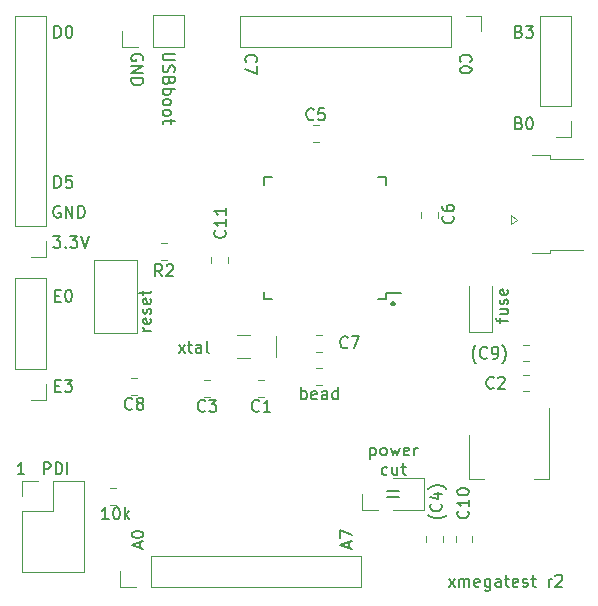
<source format=gbr>
%TF.GenerationSoftware,KiCad,Pcbnew,5.0.0+dfsg1-2*%
%TF.CreationDate,2018-11-13T23:51:22+01:00*%
%TF.ProjectId,xmegatest,786D656761746573742E6B696361645F,rev?*%
%TF.SameCoordinates,Original*%
%TF.FileFunction,Legend,Top*%
%TF.FilePolarity,Positive*%
%FSLAX46Y46*%
G04 Gerber Fmt 4.6, Leading zero omitted, Abs format (unit mm)*
G04 Created by KiCad (PCBNEW 5.0.0+dfsg1-2) date Tue Nov 13 23:51:22 2018*
%MOMM*%
%LPD*%
G01*
G04 APERTURE LIST*
%ADD10C,0.200000*%
%ADD11C,0.150000*%
%ADD12C,0.300000*%
%ADD13C,0.120000*%
G04 APERTURE END LIST*
D10*
X238206095Y-168998000D02*
X237190095Y-168998000D01*
X237190095Y-168490000D02*
X238206095Y-168490000D01*
D11*
X216481095Y-132002023D02*
X216528714Y-131906785D01*
X216528714Y-131763928D01*
X216481095Y-131621070D01*
X216385856Y-131525832D01*
X216290618Y-131478213D01*
X216100142Y-131430594D01*
X215957285Y-131430594D01*
X215766809Y-131478213D01*
X215671571Y-131525832D01*
X215576333Y-131621070D01*
X215528714Y-131763928D01*
X215528714Y-131859166D01*
X215576333Y-132002023D01*
X215623952Y-132049642D01*
X215957285Y-132049642D01*
X215957285Y-131859166D01*
X215528714Y-132478213D02*
X216528714Y-132478213D01*
X215528714Y-133049642D01*
X216528714Y-133049642D01*
X215528714Y-133525832D02*
X216528714Y-133525832D01*
X216528714Y-133763928D01*
X216481095Y-133906785D01*
X216385856Y-134002023D01*
X216290618Y-134049642D01*
X216100142Y-134097261D01*
X215957285Y-134097261D01*
X215766809Y-134049642D01*
X215671571Y-134002023D01*
X215576333Y-133906785D01*
X215528714Y-133763928D01*
X215528714Y-133525832D01*
X213607856Y-170847380D02*
X213036428Y-170847380D01*
X213322142Y-170847380D02*
X213322142Y-169847380D01*
X213226904Y-169990238D01*
X213131666Y-170085476D01*
X213036428Y-170133095D01*
X214226904Y-169847380D02*
X214322142Y-169847380D01*
X214417380Y-169895000D01*
X214464999Y-169942619D01*
X214512618Y-170037857D01*
X214560237Y-170228333D01*
X214560237Y-170466428D01*
X214512618Y-170656904D01*
X214464999Y-170752142D01*
X214417380Y-170799761D01*
X214322142Y-170847380D01*
X214226904Y-170847380D01*
X214131666Y-170799761D01*
X214084047Y-170752142D01*
X214036428Y-170656904D01*
X213988809Y-170466428D01*
X213988809Y-170228333D01*
X214036428Y-170037857D01*
X214084047Y-169942619D01*
X214131666Y-169895000D01*
X214226904Y-169847380D01*
X214988809Y-170847380D02*
X214988809Y-169847380D01*
X215084047Y-170466428D02*
X215369761Y-170847380D01*
X215369761Y-170180714D02*
X214988809Y-170561666D01*
X208916904Y-146860380D02*
X209535952Y-146860380D01*
X209202618Y-147241333D01*
X209345475Y-147241333D01*
X209440714Y-147288952D01*
X209488333Y-147336571D01*
X209535952Y-147431809D01*
X209535952Y-147669904D01*
X209488333Y-147765142D01*
X209440714Y-147812761D01*
X209345475Y-147860380D01*
X209059761Y-147860380D01*
X208964523Y-147812761D01*
X208916904Y-147765142D01*
X209964523Y-147765142D02*
X210012142Y-147812761D01*
X209964523Y-147860380D01*
X209916904Y-147812761D01*
X209964523Y-147765142D01*
X209964523Y-147860380D01*
X210345475Y-146860380D02*
X210964523Y-146860380D01*
X210631190Y-147241333D01*
X210774047Y-147241333D01*
X210869285Y-147288952D01*
X210916904Y-147336571D01*
X210964523Y-147431809D01*
X210964523Y-147669904D01*
X210916904Y-147765142D01*
X210869285Y-147812761D01*
X210774047Y-147860380D01*
X210488333Y-147860380D01*
X210393095Y-147812761D01*
X210345475Y-147765142D01*
X211250237Y-146860380D02*
X211583571Y-147860380D01*
X211916904Y-146860380D01*
X209504190Y-144368000D02*
X209408952Y-144320380D01*
X209266095Y-144320380D01*
X209123237Y-144368000D01*
X209027999Y-144463238D01*
X208980380Y-144558476D01*
X208932761Y-144748952D01*
X208932761Y-144891809D01*
X208980380Y-145082285D01*
X209027999Y-145177523D01*
X209123237Y-145272761D01*
X209266095Y-145320380D01*
X209361333Y-145320380D01*
X209504190Y-145272761D01*
X209551809Y-145225142D01*
X209551809Y-144891809D01*
X209361333Y-144891809D01*
X209980380Y-145320380D02*
X209980380Y-144320380D01*
X210551809Y-145320380D01*
X210551809Y-144320380D01*
X211027999Y-145320380D02*
X211027999Y-144320380D01*
X211266095Y-144320380D01*
X211408952Y-144368000D01*
X211504190Y-144463238D01*
X211551809Y-144558476D01*
X211599428Y-144748952D01*
X211599428Y-144891809D01*
X211551809Y-145082285D01*
X211504190Y-145177523D01*
X211408952Y-145272761D01*
X211266095Y-145320380D01*
X211027999Y-145320380D01*
X206487809Y-167037380D02*
X205916380Y-167037380D01*
X206202095Y-167037380D02*
X206202095Y-166037380D01*
X206106856Y-166180238D01*
X206011618Y-166275476D01*
X205916380Y-166323095D01*
X219545190Y-156750380D02*
X220068999Y-156083714D01*
X219545190Y-156083714D02*
X220068999Y-156750380D01*
X220307095Y-156083714D02*
X220688047Y-156083714D01*
X220449952Y-155750380D02*
X220449952Y-156607523D01*
X220497571Y-156702761D01*
X220592809Y-156750380D01*
X220688047Y-156750380D01*
X221449952Y-156750380D02*
X221449952Y-156226571D01*
X221402333Y-156131333D01*
X221307095Y-156083714D01*
X221116618Y-156083714D01*
X221021380Y-156131333D01*
X221449952Y-156702761D02*
X221354714Y-156750380D01*
X221116618Y-156750380D01*
X221021380Y-156702761D01*
X220973761Y-156607523D01*
X220973761Y-156512285D01*
X221021380Y-156417047D01*
X221116618Y-156369428D01*
X221354714Y-156369428D01*
X221449952Y-156321809D01*
X222068999Y-156750380D02*
X221973761Y-156702761D01*
X221926142Y-156607523D01*
X221926142Y-155750380D01*
X209067618Y-159528571D02*
X209400952Y-159528571D01*
X209543809Y-160052380D02*
X209067618Y-160052380D01*
X209067618Y-159052380D01*
X209543809Y-159052380D01*
X209877142Y-159052380D02*
X210496190Y-159052380D01*
X210162856Y-159433333D01*
X210305714Y-159433333D01*
X210400952Y-159480952D01*
X210448571Y-159528571D01*
X210496190Y-159623809D01*
X210496190Y-159861904D01*
X210448571Y-159957142D01*
X210400952Y-160004761D01*
X210305714Y-160052380D01*
X210019999Y-160052380D01*
X209924761Y-160004761D01*
X209877142Y-159957142D01*
X209067618Y-151908571D02*
X209400952Y-151908571D01*
X209543809Y-152432380D02*
X209067618Y-152432380D01*
X209067618Y-151432380D01*
X209543809Y-151432380D01*
X210162856Y-151432380D02*
X210258095Y-151432380D01*
X210353333Y-151480000D01*
X210400952Y-151527619D01*
X210448571Y-151622857D01*
X210496190Y-151813333D01*
X210496190Y-152051428D01*
X210448571Y-152241904D01*
X210400952Y-152337142D01*
X210353333Y-152384761D01*
X210258095Y-152432380D01*
X210162856Y-152432380D01*
X210067618Y-152384761D01*
X210019999Y-152337142D01*
X209972380Y-152241904D01*
X209924761Y-152051428D01*
X209924761Y-151813333D01*
X209972380Y-151622857D01*
X210019999Y-151527619D01*
X210067618Y-151480000D01*
X210162856Y-151432380D01*
X209019999Y-130080380D02*
X209019999Y-129080380D01*
X209258095Y-129080380D01*
X209400952Y-129128000D01*
X209496190Y-129223238D01*
X209543809Y-129318476D01*
X209591428Y-129508952D01*
X209591428Y-129651809D01*
X209543809Y-129842285D01*
X209496190Y-129937523D01*
X209400952Y-130032761D01*
X209258095Y-130080380D01*
X209019999Y-130080380D01*
X210210475Y-129080380D02*
X210305714Y-129080380D01*
X210400952Y-129128000D01*
X210448571Y-129175619D01*
X210496190Y-129270857D01*
X210543809Y-129461333D01*
X210543809Y-129699428D01*
X210496190Y-129889904D01*
X210448571Y-129985142D01*
X210400952Y-130032761D01*
X210305714Y-130080380D01*
X210210475Y-130080380D01*
X210115237Y-130032761D01*
X210067618Y-129985142D01*
X210019999Y-129889904D01*
X209972380Y-129699428D01*
X209972380Y-129461333D01*
X210019999Y-129270857D01*
X210067618Y-129175619D01*
X210115237Y-129128000D01*
X210210475Y-129080380D01*
X209019999Y-142780380D02*
X209019999Y-141780380D01*
X209258095Y-141780380D01*
X209400952Y-141828000D01*
X209496190Y-141923238D01*
X209543809Y-142018476D01*
X209591428Y-142208952D01*
X209591428Y-142351809D01*
X209543809Y-142542285D01*
X209496190Y-142637523D01*
X209400952Y-142732761D01*
X209258095Y-142780380D01*
X209019999Y-142780380D01*
X210496190Y-141780380D02*
X210019999Y-141780380D01*
X209972380Y-142256571D01*
X210019999Y-142208952D01*
X210115237Y-142161333D01*
X210353333Y-142161333D01*
X210448571Y-142208952D01*
X210496190Y-142256571D01*
X210543809Y-142351809D01*
X210543809Y-142589904D01*
X210496190Y-142685142D01*
X210448571Y-142732761D01*
X210353333Y-142780380D01*
X210115237Y-142780380D01*
X210019999Y-142732761D01*
X209972380Y-142685142D01*
X242389761Y-176562380D02*
X242913571Y-175895714D01*
X242389761Y-175895714D02*
X242913571Y-176562380D01*
X243294523Y-176562380D02*
X243294523Y-175895714D01*
X243294523Y-175990952D02*
X243342142Y-175943333D01*
X243437380Y-175895714D01*
X243580237Y-175895714D01*
X243675475Y-175943333D01*
X243723095Y-176038571D01*
X243723095Y-176562380D01*
X243723095Y-176038571D02*
X243770714Y-175943333D01*
X243865952Y-175895714D01*
X244008809Y-175895714D01*
X244104047Y-175943333D01*
X244151666Y-176038571D01*
X244151666Y-176562380D01*
X245008809Y-176514761D02*
X244913571Y-176562380D01*
X244723095Y-176562380D01*
X244627856Y-176514761D01*
X244580237Y-176419523D01*
X244580237Y-176038571D01*
X244627856Y-175943333D01*
X244723095Y-175895714D01*
X244913571Y-175895714D01*
X245008809Y-175943333D01*
X245056428Y-176038571D01*
X245056428Y-176133809D01*
X244580237Y-176229047D01*
X245913571Y-175895714D02*
X245913571Y-176705238D01*
X245865952Y-176800476D01*
X245818333Y-176848095D01*
X245723095Y-176895714D01*
X245580237Y-176895714D01*
X245484999Y-176848095D01*
X245913571Y-176514761D02*
X245818333Y-176562380D01*
X245627856Y-176562380D01*
X245532618Y-176514761D01*
X245484999Y-176467142D01*
X245437380Y-176371904D01*
X245437380Y-176086190D01*
X245484999Y-175990952D01*
X245532618Y-175943333D01*
X245627856Y-175895714D01*
X245818333Y-175895714D01*
X245913571Y-175943333D01*
X246818333Y-176562380D02*
X246818333Y-176038571D01*
X246770714Y-175943333D01*
X246675475Y-175895714D01*
X246484999Y-175895714D01*
X246389761Y-175943333D01*
X246818333Y-176514761D02*
X246723095Y-176562380D01*
X246484999Y-176562380D01*
X246389761Y-176514761D01*
X246342142Y-176419523D01*
X246342142Y-176324285D01*
X246389761Y-176229047D01*
X246484999Y-176181428D01*
X246723095Y-176181428D01*
X246818333Y-176133809D01*
X247151666Y-175895714D02*
X247532618Y-175895714D01*
X247294523Y-175562380D02*
X247294523Y-176419523D01*
X247342142Y-176514761D01*
X247437380Y-176562380D01*
X247532618Y-176562380D01*
X248246904Y-176514761D02*
X248151666Y-176562380D01*
X247961190Y-176562380D01*
X247865952Y-176514761D01*
X247818333Y-176419523D01*
X247818333Y-176038571D01*
X247865952Y-175943333D01*
X247961190Y-175895714D01*
X248151666Y-175895714D01*
X248246904Y-175943333D01*
X248294523Y-176038571D01*
X248294523Y-176133809D01*
X247818333Y-176229047D01*
X248675475Y-176514761D02*
X248770714Y-176562380D01*
X248961190Y-176562380D01*
X249056428Y-176514761D01*
X249104047Y-176419523D01*
X249104047Y-176371904D01*
X249056428Y-176276666D01*
X248961190Y-176229047D01*
X248818333Y-176229047D01*
X248723095Y-176181428D01*
X248675475Y-176086190D01*
X248675475Y-176038571D01*
X248723095Y-175943333D01*
X248818333Y-175895714D01*
X248961190Y-175895714D01*
X249056428Y-175943333D01*
X249389761Y-175895714D02*
X249770714Y-175895714D01*
X249532618Y-175562380D02*
X249532618Y-176419523D01*
X249580237Y-176514761D01*
X249675475Y-176562380D01*
X249770714Y-176562380D01*
X250865952Y-176562380D02*
X250865952Y-175895714D01*
X250865952Y-176086190D02*
X250913571Y-175990952D01*
X250961190Y-175943333D01*
X251056428Y-175895714D01*
X251151666Y-175895714D01*
X251437380Y-175657619D02*
X251484999Y-175610000D01*
X251580237Y-175562380D01*
X251818333Y-175562380D01*
X251913571Y-175610000D01*
X251961190Y-175657619D01*
X252008809Y-175752857D01*
X252008809Y-175848095D01*
X251961190Y-175990952D01*
X251389761Y-176562380D01*
X252008809Y-176562380D01*
X217195475Y-154869047D02*
X216528809Y-154869047D01*
X216719285Y-154869047D02*
X216624047Y-154821428D01*
X216576428Y-154773809D01*
X216528809Y-154678571D01*
X216528809Y-154583333D01*
X217147856Y-153869047D02*
X217195475Y-153964285D01*
X217195475Y-154154761D01*
X217147856Y-154250000D01*
X217052618Y-154297619D01*
X216671666Y-154297619D01*
X216576428Y-154250000D01*
X216528809Y-154154761D01*
X216528809Y-153964285D01*
X216576428Y-153869047D01*
X216671666Y-153821428D01*
X216766904Y-153821428D01*
X216862142Y-154297619D01*
X217147856Y-153440476D02*
X217195475Y-153345238D01*
X217195475Y-153154761D01*
X217147856Y-153059523D01*
X217052618Y-153011904D01*
X217004999Y-153011904D01*
X216909761Y-153059523D01*
X216862142Y-153154761D01*
X216862142Y-153297619D01*
X216814523Y-153392857D01*
X216719285Y-153440476D01*
X216671666Y-153440476D01*
X216576428Y-153392857D01*
X216528809Y-153297619D01*
X216528809Y-153154761D01*
X216576428Y-153059523D01*
X217147856Y-152202380D02*
X217195475Y-152297619D01*
X217195475Y-152488095D01*
X217147856Y-152583333D01*
X217052618Y-152630952D01*
X216671666Y-152630952D01*
X216576428Y-152583333D01*
X216528809Y-152488095D01*
X216528809Y-152297619D01*
X216576428Y-152202380D01*
X216671666Y-152154761D01*
X216766904Y-152154761D01*
X216862142Y-152630952D01*
X216528809Y-151869047D02*
X216528809Y-151488095D01*
X216195475Y-151726190D02*
X217052618Y-151726190D01*
X217147856Y-151678571D01*
X217195475Y-151583333D01*
X217195475Y-151488095D01*
X229927475Y-160687380D02*
X229927475Y-159687380D01*
X229927475Y-160068333D02*
X230022714Y-160020714D01*
X230213190Y-160020714D01*
X230308428Y-160068333D01*
X230356047Y-160115952D01*
X230403666Y-160211190D01*
X230403666Y-160496904D01*
X230356047Y-160592142D01*
X230308428Y-160639761D01*
X230213190Y-160687380D01*
X230022714Y-160687380D01*
X229927475Y-160639761D01*
X231213190Y-160639761D02*
X231117952Y-160687380D01*
X230927475Y-160687380D01*
X230832237Y-160639761D01*
X230784618Y-160544523D01*
X230784618Y-160163571D01*
X230832237Y-160068333D01*
X230927475Y-160020714D01*
X231117952Y-160020714D01*
X231213190Y-160068333D01*
X231260809Y-160163571D01*
X231260809Y-160258809D01*
X230784618Y-160354047D01*
X232117952Y-160687380D02*
X232117952Y-160163571D01*
X232070333Y-160068333D01*
X231975095Y-160020714D01*
X231784618Y-160020714D01*
X231689380Y-160068333D01*
X232117952Y-160639761D02*
X232022714Y-160687380D01*
X231784618Y-160687380D01*
X231689380Y-160639761D01*
X231641761Y-160544523D01*
X231641761Y-160449285D01*
X231689380Y-160354047D01*
X231784618Y-160306428D01*
X232022714Y-160306428D01*
X232117952Y-160258809D01*
X233022714Y-160687380D02*
X233022714Y-159687380D01*
X233022714Y-160639761D02*
X232927475Y-160687380D01*
X232736999Y-160687380D01*
X232641761Y-160639761D01*
X232594142Y-160592142D01*
X232546523Y-160496904D01*
X232546523Y-160211190D01*
X232594142Y-160115952D01*
X232641761Y-160068333D01*
X232736999Y-160020714D01*
X232927475Y-160020714D01*
X233022714Y-160068333D01*
X235769523Y-164783714D02*
X235769523Y-165783714D01*
X235769523Y-164831333D02*
X235864761Y-164783714D01*
X236055237Y-164783714D01*
X236150475Y-164831333D01*
X236198095Y-164878952D01*
X236245714Y-164974190D01*
X236245714Y-165259904D01*
X236198095Y-165355142D01*
X236150475Y-165402761D01*
X236055237Y-165450380D01*
X235864761Y-165450380D01*
X235769523Y-165402761D01*
X236817142Y-165450380D02*
X236721904Y-165402761D01*
X236674285Y-165355142D01*
X236626666Y-165259904D01*
X236626666Y-164974190D01*
X236674285Y-164878952D01*
X236721904Y-164831333D01*
X236817142Y-164783714D01*
X236959999Y-164783714D01*
X237055237Y-164831333D01*
X237102856Y-164878952D01*
X237150475Y-164974190D01*
X237150475Y-165259904D01*
X237102856Y-165355142D01*
X237055237Y-165402761D01*
X236959999Y-165450380D01*
X236817142Y-165450380D01*
X237483809Y-164783714D02*
X237674285Y-165450380D01*
X237864761Y-164974190D01*
X238055237Y-165450380D01*
X238245714Y-164783714D01*
X239007618Y-165402761D02*
X238912380Y-165450380D01*
X238721904Y-165450380D01*
X238626666Y-165402761D01*
X238579047Y-165307523D01*
X238579047Y-164926571D01*
X238626666Y-164831333D01*
X238721904Y-164783714D01*
X238912380Y-164783714D01*
X239007618Y-164831333D01*
X239055237Y-164926571D01*
X239055237Y-165021809D01*
X238579047Y-165117047D01*
X239483809Y-165450380D02*
X239483809Y-164783714D01*
X239483809Y-164974190D02*
X239531428Y-164878952D01*
X239579047Y-164831333D01*
X239674285Y-164783714D01*
X239769523Y-164783714D01*
X237198095Y-167052761D02*
X237102856Y-167100380D01*
X236912380Y-167100380D01*
X236817142Y-167052761D01*
X236769523Y-167005142D01*
X236721904Y-166909904D01*
X236721904Y-166624190D01*
X236769523Y-166528952D01*
X236817142Y-166481333D01*
X236912380Y-166433714D01*
X237102856Y-166433714D01*
X237198095Y-166481333D01*
X238055237Y-166433714D02*
X238055237Y-167100380D01*
X237626666Y-166433714D02*
X237626666Y-166957523D01*
X237674285Y-167052761D01*
X237769523Y-167100380D01*
X237912380Y-167100380D01*
X238007618Y-167052761D01*
X238055237Y-167005142D01*
X238388571Y-166433714D02*
X238769523Y-166433714D01*
X238531428Y-166100380D02*
X238531428Y-166957523D01*
X238579047Y-167052761D01*
X238674285Y-167100380D01*
X238769523Y-167100380D01*
X216274761Y-173268285D02*
X216274761Y-172792095D01*
X216560475Y-173363523D02*
X215560475Y-173030190D01*
X216560475Y-172696857D01*
X215560475Y-172173047D02*
X215560475Y-172077809D01*
X215608095Y-171982571D01*
X215655714Y-171934952D01*
X215750952Y-171887333D01*
X215941428Y-171839714D01*
X216179523Y-171839714D01*
X216369999Y-171887333D01*
X216465237Y-171934952D01*
X216512856Y-171982571D01*
X216560475Y-172077809D01*
X216560475Y-172173047D01*
X216512856Y-172268285D01*
X216465237Y-172315904D01*
X216369999Y-172363523D01*
X216179523Y-172411142D01*
X215941428Y-172411142D01*
X215750952Y-172363523D01*
X215655714Y-172315904D01*
X215608095Y-172268285D01*
X215560475Y-172173047D01*
X233927761Y-173268285D02*
X233927761Y-172792095D01*
X234213475Y-173363523D02*
X233213475Y-173030190D01*
X234213475Y-172696857D01*
X233213475Y-172458761D02*
X233213475Y-171792095D01*
X234213475Y-172220666D01*
X208123095Y-167037380D02*
X208123095Y-166037380D01*
X208504047Y-166037380D01*
X208599285Y-166085000D01*
X208646904Y-166132619D01*
X208694523Y-166227857D01*
X208694523Y-166370714D01*
X208646904Y-166465952D01*
X208599285Y-166513571D01*
X208504047Y-166561190D01*
X208123095Y-166561190D01*
X209123095Y-167037380D02*
X209123095Y-166037380D01*
X209361190Y-166037380D01*
X209504047Y-166085000D01*
X209599285Y-166180238D01*
X209646904Y-166275476D01*
X209694523Y-166465952D01*
X209694523Y-166608809D01*
X209646904Y-166799285D01*
X209599285Y-166894523D01*
X209504047Y-166989761D01*
X209361190Y-167037380D01*
X209123095Y-167037380D01*
X210123095Y-167037380D02*
X210123095Y-166037380D01*
X246754809Y-154218190D02*
X246754809Y-153837238D01*
X247421475Y-154075333D02*
X246564333Y-154075333D01*
X246469095Y-154027714D01*
X246421475Y-153932476D01*
X246421475Y-153837238D01*
X246754809Y-153075333D02*
X247421475Y-153075333D01*
X246754809Y-153503904D02*
X247278618Y-153503904D01*
X247373856Y-153456285D01*
X247421475Y-153361047D01*
X247421475Y-153218190D01*
X247373856Y-153122952D01*
X247326237Y-153075333D01*
X247373856Y-152646761D02*
X247421475Y-152551523D01*
X247421475Y-152361047D01*
X247373856Y-152265809D01*
X247278618Y-152218190D01*
X247230999Y-152218190D01*
X247135761Y-152265809D01*
X247088142Y-152361047D01*
X247088142Y-152503904D01*
X247040523Y-152599142D01*
X246945285Y-152646761D01*
X246897666Y-152646761D01*
X246802428Y-152599142D01*
X246754809Y-152503904D01*
X246754809Y-152361047D01*
X246802428Y-152265809D01*
X247373856Y-151408666D02*
X247421475Y-151503904D01*
X247421475Y-151694380D01*
X247373856Y-151789619D01*
X247278618Y-151837238D01*
X246897666Y-151837238D01*
X246802428Y-151789619D01*
X246754809Y-151694380D01*
X246754809Y-151503904D01*
X246802428Y-151408666D01*
X246897666Y-151361047D01*
X246992904Y-151361047D01*
X247088142Y-151837238D01*
X219195714Y-131422238D02*
X218386190Y-131422238D01*
X218290952Y-131469857D01*
X218243333Y-131517476D01*
X218195714Y-131612714D01*
X218195714Y-131803190D01*
X218243333Y-131898428D01*
X218290952Y-131946047D01*
X218386190Y-131993666D01*
X219195714Y-131993666D01*
X218243333Y-132422238D02*
X218195714Y-132565095D01*
X218195714Y-132803190D01*
X218243333Y-132898428D01*
X218290952Y-132946047D01*
X218386190Y-132993666D01*
X218481428Y-132993666D01*
X218576666Y-132946047D01*
X218624285Y-132898428D01*
X218671904Y-132803190D01*
X218719523Y-132612714D01*
X218767142Y-132517476D01*
X218814761Y-132469857D01*
X218909999Y-132422238D01*
X219005237Y-132422238D01*
X219100475Y-132469857D01*
X219148095Y-132517476D01*
X219195714Y-132612714D01*
X219195714Y-132850809D01*
X219148095Y-132993666D01*
X218719523Y-133755571D02*
X218671904Y-133898428D01*
X218624285Y-133946047D01*
X218529047Y-133993666D01*
X218386190Y-133993666D01*
X218290952Y-133946047D01*
X218243333Y-133898428D01*
X218195714Y-133803190D01*
X218195714Y-133422238D01*
X219195714Y-133422238D01*
X219195714Y-133755571D01*
X219148095Y-133850809D01*
X219100475Y-133898428D01*
X219005237Y-133946047D01*
X218909999Y-133946047D01*
X218814761Y-133898428D01*
X218767142Y-133850809D01*
X218719523Y-133755571D01*
X218719523Y-133422238D01*
X218195714Y-134422238D02*
X219195714Y-134422238D01*
X218814761Y-134422238D02*
X218862380Y-134517476D01*
X218862380Y-134707952D01*
X218814761Y-134803190D01*
X218767142Y-134850809D01*
X218671904Y-134898428D01*
X218386190Y-134898428D01*
X218290952Y-134850809D01*
X218243333Y-134803190D01*
X218195714Y-134707952D01*
X218195714Y-134517476D01*
X218243333Y-134422238D01*
X218195714Y-135469857D02*
X218243333Y-135374619D01*
X218290952Y-135327000D01*
X218386190Y-135279380D01*
X218671904Y-135279380D01*
X218767142Y-135327000D01*
X218814761Y-135374619D01*
X218862380Y-135469857D01*
X218862380Y-135612714D01*
X218814761Y-135707952D01*
X218767142Y-135755571D01*
X218671904Y-135803190D01*
X218386190Y-135803190D01*
X218290952Y-135755571D01*
X218243333Y-135707952D01*
X218195714Y-135612714D01*
X218195714Y-135469857D01*
X218195714Y-136374619D02*
X218243333Y-136279380D01*
X218290952Y-136231761D01*
X218386190Y-136184142D01*
X218671904Y-136184142D01*
X218767142Y-136231761D01*
X218814761Y-136279380D01*
X218862380Y-136374619D01*
X218862380Y-136517476D01*
X218814761Y-136612714D01*
X218767142Y-136660333D01*
X218671904Y-136707952D01*
X218386190Y-136707952D01*
X218290952Y-136660333D01*
X218243333Y-136612714D01*
X218195714Y-136517476D01*
X218195714Y-136374619D01*
X218862380Y-136993666D02*
X218862380Y-137374619D01*
X219195714Y-137136523D02*
X218338571Y-137136523D01*
X218243333Y-137184142D01*
X218195714Y-137279380D01*
X218195714Y-137374619D01*
X248342333Y-129556571D02*
X248485190Y-129604190D01*
X248532809Y-129651809D01*
X248580428Y-129747047D01*
X248580428Y-129889904D01*
X248532809Y-129985142D01*
X248485190Y-130032761D01*
X248389952Y-130080380D01*
X248008999Y-130080380D01*
X248008999Y-129080380D01*
X248342333Y-129080380D01*
X248437571Y-129128000D01*
X248485190Y-129175619D01*
X248532809Y-129270857D01*
X248532809Y-129366095D01*
X248485190Y-129461333D01*
X248437571Y-129508952D01*
X248342333Y-129556571D01*
X248008999Y-129556571D01*
X248913761Y-129080380D02*
X249532809Y-129080380D01*
X249199475Y-129461333D01*
X249342333Y-129461333D01*
X249437571Y-129508952D01*
X249485190Y-129556571D01*
X249532809Y-129651809D01*
X249532809Y-129889904D01*
X249485190Y-129985142D01*
X249437571Y-130032761D01*
X249342333Y-130080380D01*
X249056618Y-130080380D01*
X248961380Y-130032761D01*
X248913761Y-129985142D01*
X248342333Y-137303571D02*
X248485190Y-137351190D01*
X248532809Y-137398809D01*
X248580428Y-137494047D01*
X248580428Y-137636904D01*
X248532809Y-137732142D01*
X248485190Y-137779761D01*
X248389952Y-137827380D01*
X248008999Y-137827380D01*
X248008999Y-136827380D01*
X248342333Y-136827380D01*
X248437571Y-136875000D01*
X248485190Y-136922619D01*
X248532809Y-137017857D01*
X248532809Y-137113095D01*
X248485190Y-137208333D01*
X248437571Y-137255952D01*
X248342333Y-137303571D01*
X248008999Y-137303571D01*
X249199475Y-136827380D02*
X249294714Y-136827380D01*
X249389952Y-136875000D01*
X249437571Y-136922619D01*
X249485190Y-137017857D01*
X249532809Y-137208333D01*
X249532809Y-137446428D01*
X249485190Y-137636904D01*
X249437571Y-137732142D01*
X249389952Y-137779761D01*
X249294714Y-137827380D01*
X249199475Y-137827380D01*
X249104237Y-137779761D01*
X249056618Y-137732142D01*
X249008999Y-137636904D01*
X248961380Y-137446428D01*
X248961380Y-137208333D01*
X249008999Y-137017857D01*
X249056618Y-136922619D01*
X249104237Y-136875000D01*
X249199475Y-136827380D01*
X225275952Y-132128333D02*
X225228333Y-132080714D01*
X225180714Y-131937857D01*
X225180714Y-131842619D01*
X225228333Y-131699761D01*
X225323571Y-131604523D01*
X225418809Y-131556904D01*
X225609285Y-131509285D01*
X225752142Y-131509285D01*
X225942618Y-131556904D01*
X226037856Y-131604523D01*
X226133095Y-131699761D01*
X226180714Y-131842619D01*
X226180714Y-131937857D01*
X226133095Y-132080714D01*
X226085475Y-132128333D01*
X226180714Y-132461666D02*
X226180714Y-133128333D01*
X225180714Y-132699761D01*
X243436952Y-132128333D02*
X243389333Y-132080714D01*
X243341714Y-131937857D01*
X243341714Y-131842619D01*
X243389333Y-131699761D01*
X243484571Y-131604523D01*
X243579809Y-131556904D01*
X243770285Y-131509285D01*
X243913142Y-131509285D01*
X244103618Y-131556904D01*
X244198856Y-131604523D01*
X244294095Y-131699761D01*
X244341714Y-131842619D01*
X244341714Y-131937857D01*
X244294095Y-132080714D01*
X244246475Y-132128333D01*
X244341714Y-132747380D02*
X244341714Y-132842619D01*
X244294095Y-132937857D01*
X244246475Y-132985476D01*
X244151237Y-133033095D01*
X243960761Y-133080714D01*
X243722666Y-133080714D01*
X243532190Y-133033095D01*
X243436952Y-132985476D01*
X243389333Y-132937857D01*
X243341714Y-132842619D01*
X243341714Y-132747380D01*
X243389333Y-132652142D01*
X243436952Y-132604523D01*
X243532190Y-132556904D01*
X243722666Y-132509285D01*
X243960761Y-132509285D01*
X244151237Y-132556904D01*
X244246475Y-132604523D01*
X244294095Y-132652142D01*
X244341714Y-132747380D01*
D12*
X237698095Y-152515714D02*
X237769523Y-152587142D01*
X237698095Y-152658571D01*
X237626666Y-152587142D01*
X237698095Y-152515714D01*
X237698095Y-152658571D01*
D13*
X235098095Y-170040846D02*
X235098095Y-168710846D01*
X236428095Y-170040846D02*
X235098095Y-170040846D01*
X237698095Y-167380846D02*
X240298095Y-167380846D01*
X237698095Y-170040846D02*
X240298095Y-170040846D01*
X240298095Y-170040846D02*
X240298095Y-167380846D01*
X214778095Y-130831000D02*
X214778095Y-129501000D01*
X216108095Y-130831000D02*
X214778095Y-130831000D01*
X217378095Y-130831000D02*
X217378095Y-128171000D01*
X217378095Y-128171000D02*
X219978095Y-128171000D01*
X217378095Y-130831000D02*
X219978095Y-130831000D01*
X219978095Y-130831000D02*
X219978095Y-128171000D01*
X212393095Y-148920000D02*
X216013095Y-148920000D01*
X212393095Y-155040000D02*
X212393095Y-148920000D01*
X216013095Y-155040000D02*
X212393095Y-155040000D01*
X216013095Y-148920000D02*
X216013095Y-155040000D01*
X250968095Y-148320000D02*
X249418095Y-148320000D01*
X250968095Y-148320000D02*
X250968095Y-148020000D01*
X253768095Y-148020000D02*
X250968095Y-148020000D01*
X250968095Y-140020000D02*
X249418095Y-140020000D01*
X250968095Y-140320000D02*
X250968095Y-140020000D01*
X253768095Y-140320000D02*
X250968095Y-140320000D01*
X247718095Y-145070000D02*
X248168095Y-145470000D01*
X247718095Y-145870000D02*
X247718095Y-145070000D01*
X248168095Y-145470000D02*
X247718095Y-145870000D01*
D11*
X237077000Y-152241000D02*
X237077000Y-151666000D01*
X226727000Y-152241000D02*
X226727000Y-151566000D01*
X226727000Y-141891000D02*
X226727000Y-142566000D01*
X237077000Y-141891000D02*
X237077000Y-142566000D01*
X237077000Y-152241000D02*
X236402000Y-152241000D01*
X237077000Y-141891000D02*
X236402000Y-141891000D01*
X226727000Y-141891000D02*
X227402000Y-141891000D01*
X226727000Y-152241000D02*
X227402000Y-152241000D01*
X237077000Y-151666000D02*
X238352000Y-151666000D01*
D13*
X208340000Y-150435000D02*
X205680000Y-150435000D01*
X208340000Y-158115000D02*
X208340000Y-150435000D01*
X205680000Y-158115000D02*
X205680000Y-150435000D01*
X208340000Y-158115000D02*
X205680000Y-158115000D01*
X208340000Y-159385000D02*
X208340000Y-160715000D01*
X208340000Y-160715000D02*
X207010000Y-160715000D01*
X208340000Y-148650000D02*
X207010000Y-148650000D01*
X208340000Y-147320000D02*
X208340000Y-148650000D01*
X208340000Y-146050000D02*
X205680000Y-146050000D01*
X205680000Y-146050000D02*
X205680000Y-128210000D01*
X208340000Y-146050000D02*
X208340000Y-128210000D01*
X208340000Y-128210000D02*
X205680000Y-128210000D01*
X241944072Y-172262268D02*
X241944072Y-172779424D01*
X240524072Y-172262268D02*
X240524072Y-172779424D01*
X223722000Y-148663922D02*
X223722000Y-149181078D01*
X222302000Y-148663922D02*
X222302000Y-149181078D01*
X248692084Y-160020423D02*
X249209240Y-160020423D01*
X248692084Y-158600423D02*
X249209240Y-158600423D01*
X221688922Y-159056000D02*
X222206078Y-159056000D01*
X221688922Y-160476000D02*
X222206078Y-160476000D01*
X231398578Y-138886000D02*
X230881422Y-138886000D01*
X231398578Y-137466000D02*
X230881422Y-137466000D01*
X241502000Y-145371078D02*
X241502000Y-144853922D01*
X240082000Y-145371078D02*
X240082000Y-144853922D01*
X231183922Y-155246000D02*
X231701078Y-155246000D01*
X231183922Y-156666000D02*
X231701078Y-156666000D01*
X216034173Y-158890000D02*
X215517017Y-158890000D01*
X216034173Y-160310000D02*
X215517017Y-160310000D01*
X249209240Y-157480423D02*
X248692084Y-157480423D01*
X249209240Y-156060423D02*
X248692084Y-156060423D01*
X242998144Y-172262268D02*
X242998144Y-172779424D01*
X244418144Y-172262268D02*
X244418144Y-172779424D01*
X226778078Y-160476000D02*
X226260922Y-160476000D01*
X226778078Y-159056000D02*
X226260922Y-159056000D01*
X252790000Y-138490000D02*
X251460000Y-138490000D01*
X252790000Y-137160000D02*
X252790000Y-138490000D01*
X252790000Y-135890000D02*
X250130000Y-135890000D01*
X250130000Y-135890000D02*
X250130000Y-128210000D01*
X252790000Y-135890000D02*
X252790000Y-128210000D01*
X252790000Y-128210000D02*
X250130000Y-128210000D01*
X224730000Y-128210000D02*
X224730000Y-130870000D01*
X242570000Y-128210000D02*
X224730000Y-128210000D01*
X242570000Y-130870000D02*
X224730000Y-130870000D01*
X242570000Y-128210000D02*
X242570000Y-130870000D01*
X243840000Y-128210000D02*
X245170000Y-128210000D01*
X245170000Y-128210000D02*
X245170000Y-129540000D01*
X235010000Y-176590000D02*
X235010000Y-173930000D01*
X217170000Y-176590000D02*
X235010000Y-176590000D01*
X217170000Y-173930000D02*
X235010000Y-173930000D01*
X217170000Y-176590000D02*
X217170000Y-173930000D01*
X215900000Y-176590000D02*
X214570000Y-176590000D01*
X214570000Y-176590000D02*
X214570000Y-175260000D01*
X206315000Y-175320000D02*
X211515000Y-175320000D01*
X206315000Y-170180000D02*
X206315000Y-175320000D01*
X211515000Y-167580000D02*
X211515000Y-175320000D01*
X206315000Y-170180000D02*
X208915000Y-170180000D01*
X208915000Y-170180000D02*
X208915000Y-167580000D01*
X208915000Y-167580000D02*
X211515000Y-167580000D01*
X206315000Y-168910000D02*
X206315000Y-167580000D01*
X206315000Y-167580000D02*
X207645000Y-167580000D01*
X225620000Y-157160000D02*
X224520000Y-157160000D01*
X225620000Y-155260000D02*
X224520000Y-155260000D01*
X227770000Y-157110000D02*
X227770000Y-155310000D01*
X244110000Y-155030000D02*
X246110000Y-155030000D01*
X246110000Y-155030000D02*
X246110000Y-151130000D01*
X244110000Y-155030000D02*
X244110000Y-151130000D01*
X231701078Y-159460000D02*
X231183922Y-159460000D01*
X231701078Y-158040000D02*
X231183922Y-158040000D01*
X244108144Y-167470846D02*
X245368144Y-167470846D01*
X250928144Y-167470846D02*
X249668144Y-167470846D01*
X244108144Y-163710846D02*
X244108144Y-167470846D01*
X250928144Y-161460846D02*
X250928144Y-167470846D01*
X213736422Y-169620000D02*
X214253578Y-169620000D01*
X213736422Y-168200000D02*
X214253578Y-168200000D01*
X218574173Y-148880000D02*
X218057017Y-148880000D01*
X218574173Y-147460000D02*
X218057017Y-147460000D01*
D11*
X242214428Y-170498047D02*
X242166809Y-170545666D01*
X242023952Y-170640904D01*
X241928714Y-170688523D01*
X241785856Y-170736142D01*
X241547761Y-170783761D01*
X241357285Y-170783761D01*
X241119190Y-170736142D01*
X240976333Y-170688523D01*
X240881095Y-170640904D01*
X240738237Y-170545666D01*
X240690618Y-170498047D01*
X241738237Y-169545666D02*
X241785856Y-169593285D01*
X241833475Y-169736142D01*
X241833475Y-169831380D01*
X241785856Y-169974238D01*
X241690618Y-170069476D01*
X241595380Y-170117095D01*
X241404904Y-170164714D01*
X241262047Y-170164714D01*
X241071571Y-170117095D01*
X240976333Y-170069476D01*
X240881095Y-169974238D01*
X240833475Y-169831380D01*
X240833475Y-169736142D01*
X240881095Y-169593285D01*
X240928714Y-169545666D01*
X241166809Y-168688523D02*
X241833475Y-168688523D01*
X240785856Y-168926619D02*
X241500142Y-169164714D01*
X241500142Y-168545666D01*
X242214428Y-168259952D02*
X242166809Y-168212333D01*
X242023952Y-168117095D01*
X241928714Y-168069476D01*
X241785856Y-168021857D01*
X241547761Y-167974238D01*
X241357285Y-167974238D01*
X241119190Y-168021857D01*
X240976333Y-168069476D01*
X240881095Y-168117095D01*
X240738237Y-168212333D01*
X240690618Y-168259952D01*
X223450237Y-146399857D02*
X223497856Y-146447476D01*
X223545475Y-146590333D01*
X223545475Y-146685571D01*
X223497856Y-146828428D01*
X223402618Y-146923666D01*
X223307380Y-146971285D01*
X223116904Y-147018904D01*
X222974047Y-147018904D01*
X222783571Y-146971285D01*
X222688333Y-146923666D01*
X222593095Y-146828428D01*
X222545475Y-146685571D01*
X222545475Y-146590333D01*
X222593095Y-146447476D01*
X222640714Y-146399857D01*
X223545475Y-145447476D02*
X223545475Y-146018904D01*
X223545475Y-145733190D02*
X222545475Y-145733190D01*
X222688333Y-145828428D01*
X222783571Y-145923666D01*
X222831190Y-146018904D01*
X223545475Y-144495095D02*
X223545475Y-145066523D01*
X223545475Y-144780809D02*
X222545475Y-144780809D01*
X222688333Y-144876047D01*
X222783571Y-144971285D01*
X222831190Y-145066523D01*
X246213333Y-159703142D02*
X246165714Y-159750761D01*
X246022857Y-159798380D01*
X245927619Y-159798380D01*
X245784761Y-159750761D01*
X245689523Y-159655523D01*
X245641904Y-159560285D01*
X245594285Y-159369809D01*
X245594285Y-159226952D01*
X245641904Y-159036476D01*
X245689523Y-158941238D01*
X245784761Y-158846000D01*
X245927619Y-158798380D01*
X246022857Y-158798380D01*
X246165714Y-158846000D01*
X246213333Y-158893619D01*
X246594285Y-158893619D02*
X246641904Y-158846000D01*
X246737142Y-158798380D01*
X246975238Y-158798380D01*
X247070476Y-158846000D01*
X247118095Y-158893619D01*
X247165714Y-158988857D01*
X247165714Y-159084095D01*
X247118095Y-159226952D01*
X246546666Y-159798380D01*
X247165714Y-159798380D01*
X221783428Y-161647142D02*
X221735809Y-161694761D01*
X221592952Y-161742380D01*
X221497714Y-161742380D01*
X221354856Y-161694761D01*
X221259618Y-161599523D01*
X221211999Y-161504285D01*
X221164380Y-161313809D01*
X221164380Y-161170952D01*
X221211999Y-160980476D01*
X221259618Y-160885238D01*
X221354856Y-160790000D01*
X221497714Y-160742380D01*
X221592952Y-160742380D01*
X221735809Y-160790000D01*
X221783428Y-160837619D01*
X222116761Y-160742380D02*
X222735809Y-160742380D01*
X222402475Y-161123333D01*
X222545333Y-161123333D01*
X222640571Y-161170952D01*
X222688190Y-161218571D01*
X222735809Y-161313809D01*
X222735809Y-161551904D01*
X222688190Y-161647142D01*
X222640571Y-161694761D01*
X222545333Y-161742380D01*
X222259618Y-161742380D01*
X222164380Y-161694761D01*
X222116761Y-161647142D01*
X230973333Y-136970142D02*
X230925714Y-137017761D01*
X230782857Y-137065380D01*
X230687619Y-137065380D01*
X230544761Y-137017761D01*
X230449523Y-136922523D01*
X230401904Y-136827285D01*
X230354285Y-136636809D01*
X230354285Y-136493952D01*
X230401904Y-136303476D01*
X230449523Y-136208238D01*
X230544761Y-136113000D01*
X230687619Y-136065380D01*
X230782857Y-136065380D01*
X230925714Y-136113000D01*
X230973333Y-136160619D01*
X231878095Y-136065380D02*
X231401904Y-136065380D01*
X231354285Y-136541571D01*
X231401904Y-136493952D01*
X231497142Y-136446333D01*
X231735238Y-136446333D01*
X231830476Y-136493952D01*
X231878095Y-136541571D01*
X231925714Y-136636809D01*
X231925714Y-136874904D01*
X231878095Y-136970142D01*
X231830476Y-137017761D01*
X231735238Y-137065380D01*
X231497142Y-137065380D01*
X231401904Y-137017761D01*
X231354285Y-136970142D01*
X242754237Y-145161666D02*
X242801856Y-145209285D01*
X242849475Y-145352142D01*
X242849475Y-145447380D01*
X242801856Y-145590238D01*
X242706618Y-145685476D01*
X242611380Y-145733095D01*
X242420904Y-145780714D01*
X242278047Y-145780714D01*
X242087571Y-145733095D01*
X241992333Y-145685476D01*
X241897095Y-145590238D01*
X241849475Y-145447380D01*
X241849475Y-145352142D01*
X241897095Y-145209285D01*
X241944714Y-145161666D01*
X241849475Y-144304523D02*
X241849475Y-144495000D01*
X241897095Y-144590238D01*
X241944714Y-144637857D01*
X242087571Y-144733095D01*
X242278047Y-144780714D01*
X242658999Y-144780714D01*
X242754237Y-144733095D01*
X242801856Y-144685476D01*
X242849475Y-144590238D01*
X242849475Y-144399761D01*
X242801856Y-144304523D01*
X242754237Y-144256904D01*
X242658999Y-144209285D01*
X242420904Y-144209285D01*
X242325666Y-144256904D01*
X242278047Y-144304523D01*
X242230428Y-144399761D01*
X242230428Y-144590238D01*
X242278047Y-144685476D01*
X242325666Y-144733095D01*
X242420904Y-144780714D01*
X233848428Y-156274142D02*
X233800809Y-156321761D01*
X233657952Y-156369380D01*
X233562714Y-156369380D01*
X233419856Y-156321761D01*
X233324618Y-156226523D01*
X233276999Y-156131285D01*
X233229380Y-155940809D01*
X233229380Y-155797952D01*
X233276999Y-155607476D01*
X233324618Y-155512238D01*
X233419856Y-155417000D01*
X233562714Y-155369380D01*
X233657952Y-155369380D01*
X233800809Y-155417000D01*
X233848428Y-155464619D01*
X234181761Y-155369380D02*
X234848428Y-155369380D01*
X234419856Y-156369380D01*
X215608928Y-161481142D02*
X215561309Y-161528761D01*
X215418452Y-161576380D01*
X215323214Y-161576380D01*
X215180356Y-161528761D01*
X215085118Y-161433523D01*
X215037499Y-161338285D01*
X214989880Y-161147809D01*
X214989880Y-161004952D01*
X215037499Y-160814476D01*
X215085118Y-160719238D01*
X215180356Y-160624000D01*
X215323214Y-160576380D01*
X215418452Y-160576380D01*
X215561309Y-160624000D01*
X215608928Y-160671619D01*
X216180356Y-161004952D02*
X216085118Y-160957333D01*
X216037499Y-160909714D01*
X215989880Y-160814476D01*
X215989880Y-160766857D01*
X216037499Y-160671619D01*
X216085118Y-160624000D01*
X216180356Y-160576380D01*
X216370833Y-160576380D01*
X216466071Y-160624000D01*
X216513690Y-160671619D01*
X216561309Y-160766857D01*
X216561309Y-160814476D01*
X216513690Y-160909714D01*
X216466071Y-160957333D01*
X216370833Y-161004952D01*
X216180356Y-161004952D01*
X216085118Y-161052571D01*
X216037499Y-161100190D01*
X215989880Y-161195428D01*
X215989880Y-161385904D01*
X216037499Y-161481142D01*
X216085118Y-161528761D01*
X216180356Y-161576380D01*
X216370833Y-161576380D01*
X216466071Y-161528761D01*
X216513690Y-161481142D01*
X216561309Y-161385904D01*
X216561309Y-161195428D01*
X216513690Y-161100190D01*
X216466071Y-161052571D01*
X216370833Y-161004952D01*
X244707047Y-157639333D02*
X244659428Y-157591714D01*
X244564190Y-157448857D01*
X244516571Y-157353619D01*
X244468952Y-157210761D01*
X244421333Y-156972666D01*
X244421333Y-156782190D01*
X244468952Y-156544095D01*
X244516571Y-156401238D01*
X244564190Y-156306000D01*
X244659428Y-156163142D01*
X244707047Y-156115523D01*
X245659428Y-157163142D02*
X245611809Y-157210761D01*
X245468952Y-157258380D01*
X245373714Y-157258380D01*
X245230856Y-157210761D01*
X245135618Y-157115523D01*
X245087999Y-157020285D01*
X245040380Y-156829809D01*
X245040380Y-156686952D01*
X245087999Y-156496476D01*
X245135618Y-156401238D01*
X245230856Y-156306000D01*
X245373714Y-156258380D01*
X245468952Y-156258380D01*
X245611809Y-156306000D01*
X245659428Y-156353619D01*
X246135618Y-157258380D02*
X246326095Y-157258380D01*
X246421333Y-157210761D01*
X246468952Y-157163142D01*
X246564190Y-157020285D01*
X246611809Y-156829809D01*
X246611809Y-156448857D01*
X246564190Y-156353619D01*
X246516571Y-156306000D01*
X246421333Y-156258380D01*
X246230856Y-156258380D01*
X246135618Y-156306000D01*
X246087999Y-156353619D01*
X246040380Y-156448857D01*
X246040380Y-156686952D01*
X246087999Y-156782190D01*
X246135618Y-156829809D01*
X246230856Y-156877428D01*
X246421333Y-156877428D01*
X246516571Y-156829809D01*
X246564190Y-156782190D01*
X246611809Y-156686952D01*
X246945142Y-157639333D02*
X246992761Y-157591714D01*
X247087999Y-157448857D01*
X247135618Y-157353619D01*
X247183237Y-157210761D01*
X247230856Y-156972666D01*
X247230856Y-156782190D01*
X247183237Y-156544095D01*
X247135618Y-156401238D01*
X247087999Y-156306000D01*
X246992761Y-156163142D01*
X246945142Y-156115523D01*
X244024237Y-170148857D02*
X244071856Y-170196476D01*
X244119475Y-170339333D01*
X244119475Y-170434571D01*
X244071856Y-170577428D01*
X243976618Y-170672666D01*
X243881380Y-170720285D01*
X243690904Y-170767904D01*
X243548047Y-170767904D01*
X243357571Y-170720285D01*
X243262333Y-170672666D01*
X243167095Y-170577428D01*
X243119475Y-170434571D01*
X243119475Y-170339333D01*
X243167095Y-170196476D01*
X243214714Y-170148857D01*
X244119475Y-169196476D02*
X244119475Y-169767904D01*
X244119475Y-169482190D02*
X243119475Y-169482190D01*
X243262333Y-169577428D01*
X243357571Y-169672666D01*
X243405190Y-169767904D01*
X243119475Y-168577428D02*
X243119475Y-168482190D01*
X243167095Y-168386952D01*
X243214714Y-168339333D01*
X243309952Y-168291714D01*
X243500428Y-168244095D01*
X243738523Y-168244095D01*
X243928999Y-168291714D01*
X244024237Y-168339333D01*
X244071856Y-168386952D01*
X244119475Y-168482190D01*
X244119475Y-168577428D01*
X244071856Y-168672666D01*
X244024237Y-168720285D01*
X243928999Y-168767904D01*
X243738523Y-168815523D01*
X243500428Y-168815523D01*
X243309952Y-168767904D01*
X243214714Y-168720285D01*
X243167095Y-168672666D01*
X243119475Y-168577428D01*
X226352833Y-161647142D02*
X226305214Y-161694761D01*
X226162357Y-161742380D01*
X226067119Y-161742380D01*
X225924261Y-161694761D01*
X225829023Y-161599523D01*
X225781404Y-161504285D01*
X225733785Y-161313809D01*
X225733785Y-161170952D01*
X225781404Y-160980476D01*
X225829023Y-160885238D01*
X225924261Y-160790000D01*
X226067119Y-160742380D01*
X226162357Y-160742380D01*
X226305214Y-160790000D01*
X226352833Y-160837619D01*
X227305214Y-161742380D02*
X226733785Y-161742380D01*
X227019500Y-161742380D02*
X227019500Y-160742380D01*
X226924261Y-160885238D01*
X226829023Y-160980476D01*
X226733785Y-161028095D01*
X218148928Y-150272380D02*
X217815595Y-149796190D01*
X217577499Y-150272380D02*
X217577499Y-149272380D01*
X217958452Y-149272380D01*
X218053690Y-149320000D01*
X218101309Y-149367619D01*
X218148928Y-149462857D01*
X218148928Y-149605714D01*
X218101309Y-149700952D01*
X218053690Y-149748571D01*
X217958452Y-149796190D01*
X217577499Y-149796190D01*
X218529880Y-149367619D02*
X218577499Y-149320000D01*
X218672737Y-149272380D01*
X218910833Y-149272380D01*
X219006071Y-149320000D01*
X219053690Y-149367619D01*
X219101309Y-149462857D01*
X219101309Y-149558095D01*
X219053690Y-149700952D01*
X218482261Y-150272380D01*
X219101309Y-150272380D01*
M02*

</source>
